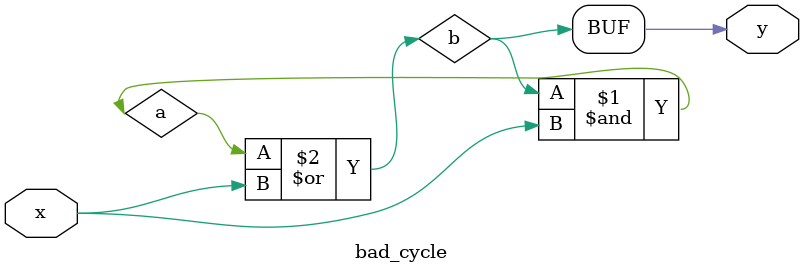
<source format=v>

module bad_cycle (
    input x,
    output y
);

    wire a, b;
    
    assign a = b & x;
    assign b = a | x;
    assign y = b;

endmodule

</source>
